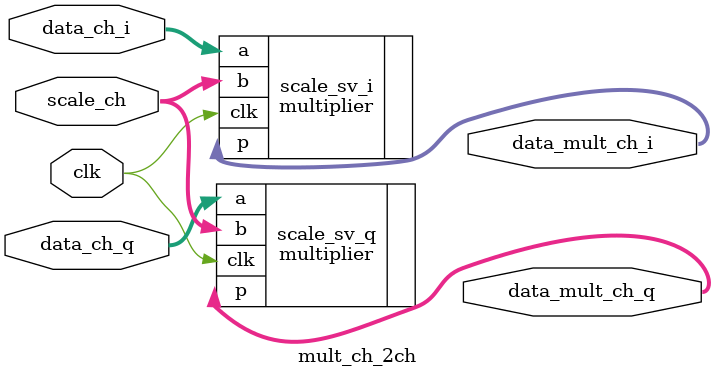
<source format=v>
`timescale 1ns / 1ps


module mult_ch_2ch(

        input wire [15:0] data_ch_i, //Äàííûå
        input wire [15:0] data_ch_q,
          
        input wire [15:0] scale_ch, //Êîýôôèöèåíò ìàñøòàáèðîâàíèÿ
 
        
        output wire [15:0] data_mult_ch_i, //Ðåçóëüòàò óìíîæåíèÿ
        output wire [15:0] data_mult_ch_q,
        
        input wire clk

    );
    
multiplier scale_sv_i(
                .clk(clk),
                .a(data_ch_i),
                .b(scale_ch),
                .p(data_mult_ch_i)
                );
multiplier scale_sv_q(
                .clk(clk),
                .a(data_ch_q),
                .b(scale_ch),
                .p(data_mult_ch_q)
                );
endmodule

</source>
